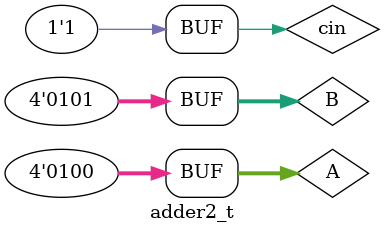
<source format=v>
`timescale 1ns / 1ps


module adder2_t;

    reg [3:0]A;
    reg [3:0]B;
    reg cin;
    wire cout;
    wire [3:0]S;
 
    adder2 uut(.A(A), .B(B), .cin(cin), .cout(cout), .S(S));
    
    initial begin
    A[3:0] = 4'b0000; B[3:0] = 4'b0000; cin = 1'b0;
    
    #100 A[3:0] = 4'b1001; B[3:0] = 4'b1001; cin = 1'b0;
    #100 A[3:0] = 4'b1000; B[3:0] = 4'b0011; cin = 1'b0;
    #100 A[3:0] = 4'b0100; B[3:0] = 4'b0101; cin = 1'b1;
    end
endmodule

</source>
